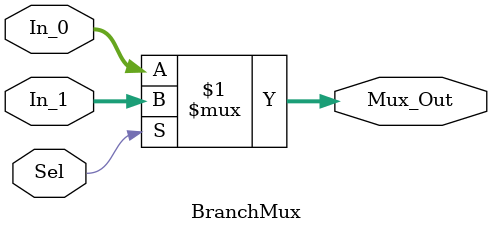
<source format=v>
`timescale 1ns / 1ps

module BranchMux(
    input Sel,
    input [31:0] In_0,
    input [31:0] In_1,
    output [31:0] Mux_Out
    );
    assign Mux_Out = Sel ? In_1 : In_0;
endmodule

</source>
